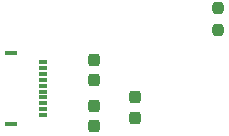
<source format=gtp>
%TF.GenerationSoftware,KiCad,Pcbnew,8.0.3*%
%TF.CreationDate,2024-06-23T18:27:21+02:00*%
%TF.ProjectId,LS018B7DH02_breakout,4c533031-3842-4374-9448-30325f627265,rev?*%
%TF.SameCoordinates,Original*%
%TF.FileFunction,Paste,Top*%
%TF.FilePolarity,Positive*%
%FSLAX46Y46*%
G04 Gerber Fmt 4.6, Leading zero omitted, Abs format (unit mm)*
G04 Created by KiCad (PCBNEW 8.0.3) date 2024-06-23 18:27:21*
%MOMM*%
%LPD*%
G01*
G04 APERTURE LIST*
G04 Aperture macros list*
%AMRoundRect*
0 Rectangle with rounded corners*
0 $1 Rounding radius*
0 $2 $3 $4 $5 $6 $7 $8 $9 X,Y pos of 4 corners*
0 Add a 4 corners polygon primitive as box body*
4,1,4,$2,$3,$4,$5,$6,$7,$8,$9,$2,$3,0*
0 Add four circle primitives for the rounded corners*
1,1,$1+$1,$2,$3*
1,1,$1+$1,$4,$5*
1,1,$1+$1,$6,$7*
1,1,$1+$1,$8,$9*
0 Add four rect primitives between the rounded corners*
20,1,$1+$1,$2,$3,$4,$5,0*
20,1,$1+$1,$4,$5,$6,$7,0*
20,1,$1+$1,$6,$7,$8,$9,0*
20,1,$1+$1,$8,$9,$2,$3,0*%
G04 Aperture macros list end*
%ADD10RoundRect,0.237500X0.237500X-0.300000X0.237500X0.300000X-0.237500X0.300000X-0.237500X-0.300000X0*%
%ADD11RoundRect,0.237500X-0.237500X0.300000X-0.237500X-0.300000X0.237500X-0.300000X0.237500X0.300000X0*%
%ADD12R,0.700000X0.300000*%
%ADD13R,1.000000X0.300000*%
%ADD14RoundRect,0.237500X0.237500X-0.250000X0.237500X0.250000X-0.237500X0.250000X-0.237500X-0.250000X0*%
G04 APERTURE END LIST*
D10*
%TO.C,C1*%
X80507703Y-92677656D03*
X80507703Y-90952656D03*
%TD*%
D11*
%TO.C,C3*%
X80489636Y-94852205D03*
X80489636Y-96577205D03*
%TD*%
%TO.C,C2*%
X84000000Y-94124301D03*
X84000000Y-95849301D03*
%TD*%
D12*
%TO.C,J2*%
X76150000Y-91125000D03*
X76150000Y-91625000D03*
X76150000Y-92125000D03*
X76150000Y-92625000D03*
X76150000Y-93125000D03*
X76150000Y-93625000D03*
X76150000Y-94125000D03*
X76150000Y-94625000D03*
X76150000Y-95125000D03*
X76150000Y-95625000D03*
D13*
X73500000Y-90335000D03*
X73500000Y-96415000D03*
%TD*%
D14*
%TO.C,R1*%
X91000000Y-88412500D03*
X91000000Y-86587500D03*
%TD*%
M02*

</source>
